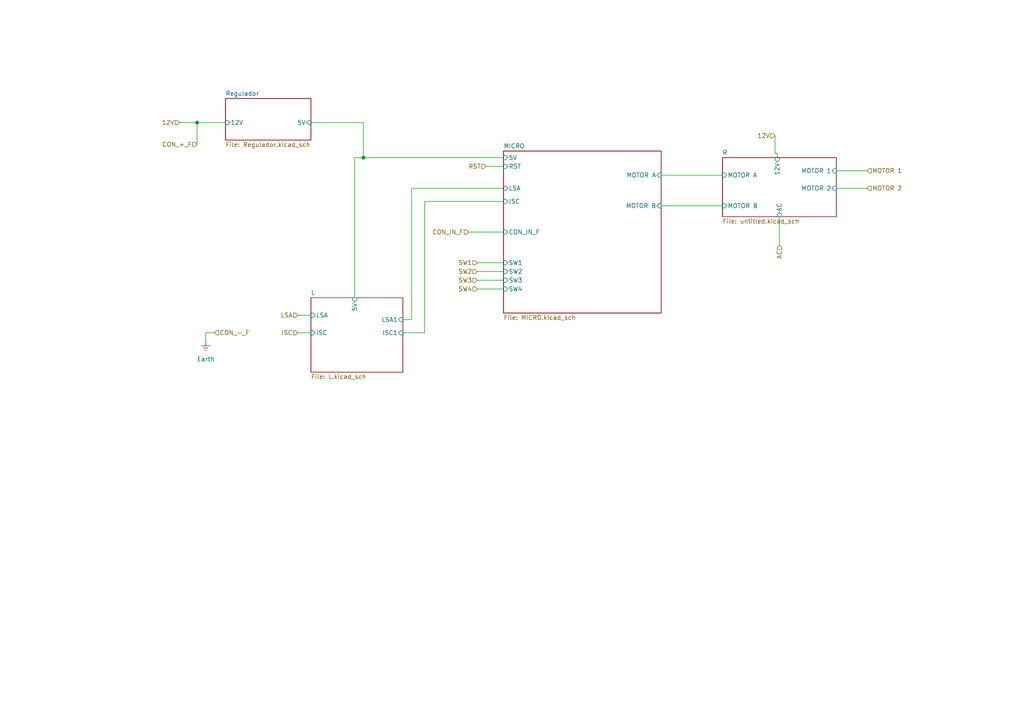
<source format=kicad_sch>
(kicad_sch
	(version 20250114)
	(generator "eeschema")
	(generator_version "9.0")
	(uuid "1174eb71-8cb0-49ea-b519-11d9019e6c4a")
	(paper "A4")
	(lib_symbols
		(symbol "power:Earth"
			(power)
			(pin_numbers
				(hide yes)
			)
			(pin_names
				(offset 0)
				(hide yes)
			)
			(exclude_from_sim no)
			(in_bom yes)
			(on_board yes)
			(property "Reference" "#PWR"
				(at 0 -6.35 0)
				(effects
					(font
						(size 1.27 1.27)
					)
					(hide yes)
				)
			)
			(property "Value" "Earth"
				(at 0 -3.81 0)
				(effects
					(font
						(size 1.27 1.27)
					)
				)
			)
			(property "Footprint" ""
				(at 0 0 0)
				(effects
					(font
						(size 1.27 1.27)
					)
					(hide yes)
				)
			)
			(property "Datasheet" "~"
				(at 0 0 0)
				(effects
					(font
						(size 1.27 1.27)
					)
					(hide yes)
				)
			)
			(property "Description" "Power symbol creates a global label with name \"Earth\""
				(at 0 0 0)
				(effects
					(font
						(size 1.27 1.27)
					)
					(hide yes)
				)
			)
			(property "ki_keywords" "global ground gnd"
				(at 0 0 0)
				(effects
					(font
						(size 1.27 1.27)
					)
					(hide yes)
				)
			)
			(symbol "Earth_0_1"
				(polyline
					(pts
						(xy -0.635 -1.905) (xy 0.635 -1.905)
					)
					(stroke
						(width 0)
						(type default)
					)
					(fill
						(type none)
					)
				)
				(polyline
					(pts
						(xy -0.127 -2.54) (xy 0.127 -2.54)
					)
					(stroke
						(width 0)
						(type default)
					)
					(fill
						(type none)
					)
				)
				(polyline
					(pts
						(xy 0 -1.27) (xy 0 0)
					)
					(stroke
						(width 0)
						(type default)
					)
					(fill
						(type none)
					)
				)
				(polyline
					(pts
						(xy 1.27 -1.27) (xy -1.27 -1.27)
					)
					(stroke
						(width 0)
						(type default)
					)
					(fill
						(type none)
					)
				)
			)
			(symbol "Earth_1_1"
				(pin power_in line
					(at 0 0 270)
					(length 0)
					(name "~"
						(effects
							(font
								(size 1.27 1.27)
							)
						)
					)
					(number "1"
						(effects
							(font
								(size 1.27 1.27)
							)
						)
					)
				)
			)
			(embedded_fonts no)
		)
	)
	(junction
		(at 57.15 35.56)
		(diameter 0)
		(color 0 0 0 0)
		(uuid "cf30cb00-3038-4d3b-a704-7d72c98c4f4a")
	)
	(junction
		(at 105.41 45.72)
		(diameter 0)
		(color 0 0 0 0)
		(uuid "f08e7f8d-33f8-45cc-a824-1c1a6fad3dd6")
	)
	(wire
		(pts
			(xy 59.69 96.52) (xy 59.69 99.06)
		)
		(stroke
			(width 0)
			(type default)
		)
		(uuid "00d5e4ad-cbc5-4fdd-b342-6553780ea3a4")
	)
	(wire
		(pts
			(xy 116.84 92.71) (xy 119.38 92.71)
		)
		(stroke
			(width 0)
			(type default)
		)
		(uuid "0dab9b46-a63b-4958-941a-75d771d86ce3")
	)
	(wire
		(pts
			(xy 102.87 45.72) (xy 102.87 86.36)
		)
		(stroke
			(width 0)
			(type default)
		)
		(uuid "1182ac94-896b-4668-b6f5-c853dd96a12a")
	)
	(wire
		(pts
			(xy 140.97 48.26) (xy 146.05 48.26)
		)
		(stroke
			(width 0)
			(type default)
		)
		(uuid "19535b63-23a7-40fa-af83-12a7304ee17f")
	)
	(wire
		(pts
			(xy 52.07 35.56) (xy 57.15 35.56)
		)
		(stroke
			(width 0)
			(type default)
		)
		(uuid "2920ef67-a001-4953-9132-2ab118afcd0c")
	)
	(wire
		(pts
			(xy 225.425 44.45) (xy 224.79 44.45)
		)
		(stroke
			(width 0)
			(type default)
		)
		(uuid "2e6be89f-d8dd-4d4a-b566-3e375c35db0f")
	)
	(wire
		(pts
			(xy 86.36 96.52) (xy 90.17 96.52)
		)
		(stroke
			(width 0)
			(type default)
		)
		(uuid "2fa4a087-ac62-4319-a2e0-43aa0fb8efe2")
	)
	(wire
		(pts
			(xy 146.05 45.72) (xy 105.41 45.72)
		)
		(stroke
			(width 0)
			(type default)
		)
		(uuid "4417d3bc-8d48-4f2f-b57a-109e3b76b2f2")
	)
	(wire
		(pts
			(xy 242.57 54.61) (xy 251.46 54.61)
		)
		(stroke
			(width 0)
			(type default)
		)
		(uuid "4c1e8060-df61-4cf1-b142-77880e2afb0d")
	)
	(wire
		(pts
			(xy 191.77 59.69) (xy 209.55 59.69)
		)
		(stroke
			(width 0)
			(type default)
		)
		(uuid "52e49e69-cca1-4893-ba15-98aba6c42c89")
	)
	(wire
		(pts
			(xy 123.19 58.42) (xy 123.19 96.52)
		)
		(stroke
			(width 0)
			(type default)
		)
		(uuid "6d2954e0-1199-43e2-81cf-7638eb56a88d")
	)
	(wire
		(pts
			(xy 62.23 96.52) (xy 59.69 96.52)
		)
		(stroke
			(width 0)
			(type default)
		)
		(uuid "7118f8c1-d805-44a3-92be-34e5021c6f3b")
	)
	(wire
		(pts
			(xy 138.43 81.28) (xy 146.05 81.28)
		)
		(stroke
			(width 0)
			(type default)
		)
		(uuid "75ecc730-d982-4dee-a5ee-798fa0eea1cc")
	)
	(wire
		(pts
			(xy 224.79 44.45) (xy 224.79 39.37)
		)
		(stroke
			(width 0)
			(type default)
		)
		(uuid "7bf7f8fa-169b-45fd-a297-f8d37a67802e")
	)
	(wire
		(pts
			(xy 90.17 35.56) (xy 105.41 35.56)
		)
		(stroke
			(width 0)
			(type default)
		)
		(uuid "8490e8a2-8a02-4da4-8db4-7f99ed0a81a2")
	)
	(wire
		(pts
			(xy 146.05 58.42) (xy 123.19 58.42)
		)
		(stroke
			(width 0)
			(type default)
		)
		(uuid "8aa04218-3d86-4594-9abe-38b20deb1118")
	)
	(wire
		(pts
			(xy 138.43 76.2) (xy 146.05 76.2)
		)
		(stroke
			(width 0)
			(type default)
		)
		(uuid "8ce4973c-d59b-4a8b-b8a5-f72b38b61ea2")
	)
	(wire
		(pts
			(xy 242.57 49.53) (xy 251.46 49.53)
		)
		(stroke
			(width 0)
			(type default)
		)
		(uuid "91bef9ce-3bb3-46bd-be09-49d2430f0255")
	)
	(wire
		(pts
			(xy 138.43 78.74) (xy 146.05 78.74)
		)
		(stroke
			(width 0)
			(type default)
		)
		(uuid "ae35db86-25b2-47a0-9978-48f15aa0fbc5")
	)
	(wire
		(pts
			(xy 225.425 44.45) (xy 225.425 45.72)
		)
		(stroke
			(width 0)
			(type default)
		)
		(uuid "b0697b69-5b35-4b0b-8e5c-1cae3be0c6bc")
	)
	(wire
		(pts
			(xy 105.41 35.56) (xy 105.41 45.72)
		)
		(stroke
			(width 0)
			(type default)
		)
		(uuid "b62c094c-1df9-4b34-be60-1658b790527f")
	)
	(wire
		(pts
			(xy 57.15 35.56) (xy 65.405 35.56)
		)
		(stroke
			(width 0)
			(type default)
		)
		(uuid "bbe5fa30-3bbf-46ca-9837-7df56aab0e09")
	)
	(wire
		(pts
			(xy 86.36 91.44) (xy 90.17 91.44)
		)
		(stroke
			(width 0)
			(type default)
		)
		(uuid "cc83a4b6-b107-4562-8790-7253f809e465")
	)
	(wire
		(pts
			(xy 191.77 50.8) (xy 209.55 50.8)
		)
		(stroke
			(width 0)
			(type default)
		)
		(uuid "daed99be-ce14-4705-9c89-57d29271bf50")
	)
	(wire
		(pts
			(xy 119.38 54.61) (xy 146.05 54.61)
		)
		(stroke
			(width 0)
			(type default)
		)
		(uuid "dc14cbfb-39de-4ee4-a9e4-fd592b2aa588")
	)
	(wire
		(pts
			(xy 119.38 92.71) (xy 119.38 54.61)
		)
		(stroke
			(width 0)
			(type default)
		)
		(uuid "dcc1573e-fe90-4837-93b0-9e0413253930")
	)
	(wire
		(pts
			(xy 57.15 35.56) (xy 57.15 41.91)
		)
		(stroke
			(width 0)
			(type default)
		)
		(uuid "e2adb2bc-3e63-4c52-a2fd-2a5a1766a876")
	)
	(wire
		(pts
			(xy 123.19 96.52) (xy 116.84 96.52)
		)
		(stroke
			(width 0)
			(type default)
		)
		(uuid "ef36dc1c-3f5e-40be-8701-f83c9529fcf9")
	)
	(wire
		(pts
			(xy 138.43 83.82) (xy 146.05 83.82)
		)
		(stroke
			(width 0)
			(type default)
		)
		(uuid "f1ebe4ba-8475-4151-b9cf-4fe49c6d95c2")
	)
	(wire
		(pts
			(xy 135.89 67.31) (xy 146.05 67.31)
		)
		(stroke
			(width 0)
			(type default)
		)
		(uuid "f32b3697-bea5-4f44-b00e-637def7b1163")
	)
	(wire
		(pts
			(xy 105.41 45.72) (xy 102.87 45.72)
		)
		(stroke
			(width 0)
			(type default)
		)
		(uuid "f5e9e5d3-fb1d-447b-8006-5edd1e98ed8a")
	)
	(wire
		(pts
			(xy 226.06 62.865) (xy 226.06 71.12)
		)
		(stroke
			(width 0)
			(type default)
		)
		(uuid "fa09d6cf-d58d-4aa8-b82e-dec50565f24e")
	)
	(hierarchical_label "LSA"
		(shape input)
		(at 86.36 91.44 180)
		(effects
			(font
				(size 1.27 1.27)
			)
			(justify right)
		)
		(uuid "032b2122-46fc-47fc-a48d-6c0889ab12a0")
	)
	(hierarchical_label "CON_IN_F"
		(shape input)
		(at 135.89 67.31 180)
		(effects
			(font
				(size 1.27 1.27)
			)
			(justify right)
		)
		(uuid "0cee5d8a-9a36-4d4e-b760-32cf6588514c")
	)
	(hierarchical_label "CON_+_F"
		(shape input)
		(at 57.15 41.91 180)
		(effects
			(font
				(size 1.27 1.27)
			)
			(justify right)
		)
		(uuid "139df83b-ac7c-43af-9142-000ec261f031")
	)
	(hierarchical_label "RST"
		(shape input)
		(at 140.97 48.26 180)
		(effects
			(font
				(size 1.27 1.27)
			)
			(justify right)
		)
		(uuid "14e7b343-5974-474b-98e1-ddc8e895fcb6")
	)
	(hierarchical_label "SW2"
		(shape input)
		(at 138.43 78.74 180)
		(effects
			(font
				(size 1.27 1.27)
			)
			(justify right)
		)
		(uuid "166b4acf-6c70-40b4-a107-7f17435eb1b1")
	)
	(hierarchical_label "12V"
		(shape input)
		(at 224.79 39.37 180)
		(effects
			(font
				(size 1.27 1.27)
			)
			(justify right)
		)
		(uuid "39cc3818-faaf-49c7-8de1-e9885a4b51f1")
	)
	(hierarchical_label "SW4"
		(shape input)
		(at 138.43 83.82 180)
		(effects
			(font
				(size 1.27 1.27)
			)
			(justify right)
		)
		(uuid "4563806d-c353-4ec8-8c4c-e970cac65600")
	)
	(hierarchical_label "MOTOR 2"
		(shape input)
		(at 251.46 54.61 0)
		(effects
			(font
				(size 1.27 1.27)
			)
			(justify left)
		)
		(uuid "4787e92d-3998-48ab-95c8-f3a45669a7c6")
	)
	(hierarchical_label "12V"
		(shape input)
		(at 52.07 35.56 180)
		(effects
			(font
				(size 1.27 1.27)
			)
			(justify right)
		)
		(uuid "6a1b6787-a129-444d-a3db-bdcf6af7942b")
	)
	(hierarchical_label "SW3"
		(shape input)
		(at 138.43 81.28 180)
		(effects
			(font
				(size 1.27 1.27)
			)
			(justify right)
		)
		(uuid "90b0f08d-052e-4ff8-924b-55f02ee67cd7")
	)
	(hierarchical_label "lSC"
		(shape input)
		(at 86.36 96.52 180)
		(effects
			(font
				(size 1.27 1.27)
			)
			(justify right)
		)
		(uuid "afcd72c9-591e-4059-81ec-e3b7829ee193")
	)
	(hierarchical_label "AC"
		(shape input)
		(at 226.06 71.12 270)
		(effects
			(font
				(size 1.27 1.27)
			)
			(justify right)
		)
		(uuid "d6d688b3-1c1f-4944-837b-6ae76aac9f0f")
	)
	(hierarchical_label "MOTOR 1"
		(shape input)
		(at 251.46 49.53 0)
		(effects
			(font
				(size 1.27 1.27)
			)
			(justify left)
		)
		(uuid "e0749b41-5937-415d-a36b-fd7d45b2b7d9")
	)
	(hierarchical_label "CON_-_F"
		(shape input)
		(at 62.23 96.52 0)
		(effects
			(font
				(size 1.27 1.27)
			)
			(justify left)
		)
		(uuid "f0ecd853-da75-4d43-b432-e84ae6d6c8b9")
	)
	(hierarchical_label "SW1"
		(shape input)
		(at 138.43 76.2 180)
		(effects
			(font
				(size 1.27 1.27)
			)
			(justify right)
		)
		(uuid "f63628e0-562c-40c1-9b55-5e287b179d5f")
	)
	(symbol
		(lib_id "power:Earth")
		(at 59.69 99.06 0)
		(unit 1)
		(exclude_from_sim no)
		(in_bom yes)
		(on_board yes)
		(dnp no)
		(fields_autoplaced yes)
		(uuid "8236f3fb-66a1-48c6-88a9-dfed1ab8806a")
		(property "Reference" "#PWR015"
			(at 59.69 105.41 0)
			(effects
				(font
					(size 1.27 1.27)
				)
				(hide yes)
			)
		)
		(property "Value" "Earth"
			(at 59.69 104.14 0)
			(effects
				(font
					(size 1.27 1.27)
				)
			)
		)
		(property "Footprint" ""
			(at 59.69 99.06 0)
			(effects
				(font
					(size 1.27 1.27)
				)
				(hide yes)
			)
		)
		(property "Datasheet" "~"
			(at 59.69 99.06 0)
			(effects
				(font
					(size 1.27 1.27)
				)
				(hide yes)
			)
		)
		(property "Description" "Power symbol creates a global label with name \"Earth\""
			(at 59.69 99.06 0)
			(effects
				(font
					(size 1.27 1.27)
				)
				(hide yes)
			)
		)
		(pin "1"
			(uuid "4832d2c8-719b-41a5-8bd1-2e0c079f1218")
		)
		(instances
			(project ""
				(path "/3d75f2ac-ff42-44dc-9858-71c9585bfb68/8cec64a4-8f4e-425a-930a-28a9426475d7"
					(reference "#PWR015")
					(unit 1)
				)
			)
		)
	)
	(sheet
		(at 65.405 28.575)
		(size 24.765 12.065)
		(exclude_from_sim no)
		(in_bom yes)
		(on_board yes)
		(dnp no)
		(fields_autoplaced yes)
		(stroke
			(width 0.1524)
			(type solid)
		)
		(fill
			(color 0 0 0 0.0000)
		)
		(uuid "04733fc5-41f2-4a15-b64f-4735b2f4e24a")
		(property "Sheetname" "Regulador"
			(at 65.405 27.8634 0)
			(effects
				(font
					(size 1.27 1.27)
				)
				(justify left bottom)
			)
		)
		(property "Sheetfile" "Regulador.kicad_sch"
			(at 65.405 41.2246 0)
			(effects
				(font
					(size 1.27 1.27)
				)
				(justify left top)
			)
		)
		(pin "5V" input
			(at 90.17 35.56 0)
			(uuid "6634c6d9-1878-4b8a-8fc4-2adf7b1af730")
			(effects
				(font
					(size 1.27 1.27)
				)
				(justify right)
			)
		)
		(pin "12V" input
			(at 65.405 35.56 180)
			(uuid "992c76a2-01c3-48e9-9555-fd878e743596")
			(effects
				(font
					(size 1.27 1.27)
				)
				(justify left)
			)
		)
		(instances
			(project "Pro"
				(path "/3d75f2ac-ff42-44dc-9858-71c9585bfb68/8cec64a4-8f4e-425a-930a-28a9426475d7"
					(page "6")
				)
			)
		)
	)
	(sheet
		(at 146.05 43.815)
		(size 45.72 46.99)
		(exclude_from_sim no)
		(in_bom yes)
		(on_board yes)
		(dnp no)
		(fields_autoplaced yes)
		(stroke
			(width 0.1524)
			(type solid)
		)
		(fill
			(color 0 0 0 0.0000)
		)
		(uuid "11ed3884-5d96-4a12-b792-755d1a63050b")
		(property "Sheetname" "MICRO"
			(at 146.05 43.1034 0)
			(effects
				(font
					(size 1.27 1.27)
				)
				(justify left bottom)
			)
		)
		(property "Sheetfile" "MICRO.kicad_sch"
			(at 146.05 91.3896 0)
			(effects
				(font
					(size 1.27 1.27)
				)
				(justify left top)
			)
		)
		(pin "CON_IN_F" input
			(at 146.05 67.31 180)
			(uuid "1e308914-59f0-4fc6-a039-d976dfdeee59")
			(effects
				(font
					(size 1.27 1.27)
				)
				(justify left)
			)
		)
		(pin "RST" input
			(at 146.05 48.26 180)
			(uuid "23f301b8-efaf-43e3-a0aa-e98c01b8c62d")
			(effects
				(font
					(size 1.27 1.27)
				)
				(justify left)
			)
		)
		(pin "SW1" input
			(at 146.05 76.2 180)
			(uuid "6a06c013-fe64-4856-b9ef-a98bb1ca19fd")
			(effects
				(font
					(size 1.27 1.27)
				)
				(justify left)
			)
		)
		(pin "SW2" input
			(at 146.05 78.74 180)
			(uuid "0d10dd1e-aa21-47d5-9c98-e26bde4ae675")
			(effects
				(font
					(size 1.27 1.27)
				)
				(justify left)
			)
		)
		(pin "SW3" input
			(at 146.05 81.28 180)
			(uuid "51b07b58-fd09-4e02-be2b-cf97d7e9739c")
			(effects
				(font
					(size 1.27 1.27)
				)
				(justify left)
			)
		)
		(pin "SW4" input
			(at 146.05 83.82 180)
			(uuid "f341cb53-b9c7-4b86-b99e-08f3abfc4e0f")
			(effects
				(font
					(size 1.27 1.27)
				)
				(justify left)
			)
		)
		(pin "LSA" input
			(at 146.05 54.61 180)
			(uuid "3377b365-9b71-4469-846b-f6fceff8ad9c")
			(effects
				(font
					(size 1.27 1.27)
				)
				(justify left)
			)
		)
		(pin "lSC" input
			(at 146.05 58.42 180)
			(uuid "7d1485d9-04d9-4288-b3ee-81ae50746d08")
			(effects
				(font
					(size 1.27 1.27)
				)
				(justify left)
			)
		)
		(pin "MOTOR A" input
			(at 191.77 50.8 0)
			(uuid "c0b6ec81-cee6-4026-b3a7-cb6e181cf5b0")
			(effects
				(font
					(size 1.27 1.27)
				)
				(justify right)
			)
		)
		(pin "MOTOR B" input
			(at 191.77 59.69 0)
			(uuid "6ea4a52c-ddc9-42f8-9816-4496d60ff6fc")
			(effects
				(font
					(size 1.27 1.27)
				)
				(justify right)
			)
		)
		(pin "5V" input
			(at 146.05 45.72 180)
			(uuid "d9649346-94ef-4b15-8423-7aa24aca1902")
			(effects
				(font
					(size 1.27 1.27)
				)
				(justify left)
			)
		)
		(instances
			(project "Pro"
				(path "/3d75f2ac-ff42-44dc-9858-71c9585bfb68/8cec64a4-8f4e-425a-930a-28a9426475d7"
					(page "3")
				)
			)
		)
	)
	(sheet
		(at 90.17 86.36)
		(size 26.67 21.59)
		(exclude_from_sim no)
		(in_bom yes)
		(on_board yes)
		(dnp no)
		(fields_autoplaced yes)
		(stroke
			(width 0.1524)
			(type solid)
		)
		(fill
			(color 0 0 0 0.0000)
		)
		(uuid "98ffe312-2038-4ae4-9d6c-093e2e70c2d3")
		(property "Sheetname" "L"
			(at 90.17 85.6484 0)
			(effects
				(font
					(size 1.27 1.27)
				)
				(justify left bottom)
			)
		)
		(property "Sheetfile" "L.kicad_sch"
			(at 90.17 108.5346 0)
			(effects
				(font
					(size 1.27 1.27)
				)
				(justify left top)
			)
		)
		(pin "LSA" input
			(at 90.17 91.44 180)
			(uuid "e831ec56-bb8b-48ec-a1ff-1c0de10a9224")
			(effects
				(font
					(size 1.27 1.27)
				)
				(justify left)
			)
		)
		(pin "lSC" input
			(at 90.17 96.52 180)
			(uuid "c1bf7c8b-32a9-43ae-b641-ba96ca8727fd")
			(effects
				(font
					(size 1.27 1.27)
				)
				(justify left)
			)
		)
		(pin "LSA1" input
			(at 116.84 92.71 0)
			(uuid "32fd2e7f-26c9-4f4e-a822-007463906ec9")
			(effects
				(font
					(size 1.27 1.27)
				)
				(justify right)
			)
		)
		(pin "lSC1" input
			(at 116.84 96.52 0)
			(uuid "074ccf8d-0d78-42bc-9f75-86a3acd37ac3")
			(effects
				(font
					(size 1.27 1.27)
				)
				(justify right)
			)
		)
		(pin "5V" input
			(at 102.87 86.36 90)
			(uuid "1a2f03d9-6e8d-41d5-897e-33760e87e29d")
			(effects
				(font
					(size 1.27 1.27)
				)
				(justify right)
			)
		)
		(instances
			(project "Pro"
				(path "/3d75f2ac-ff42-44dc-9858-71c9585bfb68/8cec64a4-8f4e-425a-930a-28a9426475d7"
					(page "4")
				)
			)
		)
	)
	(sheet
		(at 209.55 45.72)
		(size 33.02 17.145)
		(exclude_from_sim no)
		(in_bom yes)
		(on_board yes)
		(dnp no)
		(fields_autoplaced yes)
		(stroke
			(width 0.1524)
			(type solid)
		)
		(fill
			(color 0 0 0 0.0000)
		)
		(uuid "9d7a3bd8-7c8d-4a96-abff-e32f8b9b7401")
		(property "Sheetname" "R"
			(at 209.55 45.0084 0)
			(effects
				(font
					(size 1.27 1.27)
				)
				(justify left bottom)
			)
		)
		(property "Sheetfile" "untitled.kicad_sch"
			(at 209.55 63.4496 0)
			(effects
				(font
					(size 1.27 1.27)
				)
				(justify left top)
			)
		)
		(pin "12V" input
			(at 225.425 45.72 90)
			(uuid "c42c38a1-8886-40c5-8ab3-9b4cc50832ed")
			(effects
				(font
					(size 1.27 1.27)
				)
				(justify right)
			)
		)
		(pin "AC" input
			(at 226.06 62.865 270)
			(uuid "6884a7ed-b077-4706-9709-84c3e1369ec0")
			(effects
				(font
					(size 1.27 1.27)
				)
				(justify left)
			)
		)
		(pin "MOTOR 1" input
			(at 242.57 49.53 0)
			(uuid "3a4b415d-d7b6-4f9b-b8f2-b62dafe204db")
			(effects
				(font
					(size 1.27 1.27)
				)
				(justify right)
			)
		)
		(pin "MOTOR 2" input
			(at 242.57 54.61 0)
			(uuid "c28c4c5c-cdbc-4026-9f95-761feb3d1235")
			(effects
				(font
					(size 1.27 1.27)
				)
				(justify right)
			)
		)
		(pin "MOTOR A" input
			(at 209.55 50.8 180)
			(uuid "80ba6227-1131-48be-ac86-86f90e5fea02")
			(effects
				(font
					(size 1.27 1.27)
				)
				(justify left)
			)
		)
		(pin "MOTOR B" input
			(at 209.55 59.69 180)
			(uuid "95dec8b4-ea36-4f4c-9f25-a0bd467de112")
			(effects
				(font
					(size 1.27 1.27)
				)
				(justify left)
			)
		)
		(instances
			(project "Pro"
				(path "/3d75f2ac-ff42-44dc-9858-71c9585bfb68/8cec64a4-8f4e-425a-930a-28a9426475d7"
					(page "5")
				)
			)
		)
	)
)

</source>
